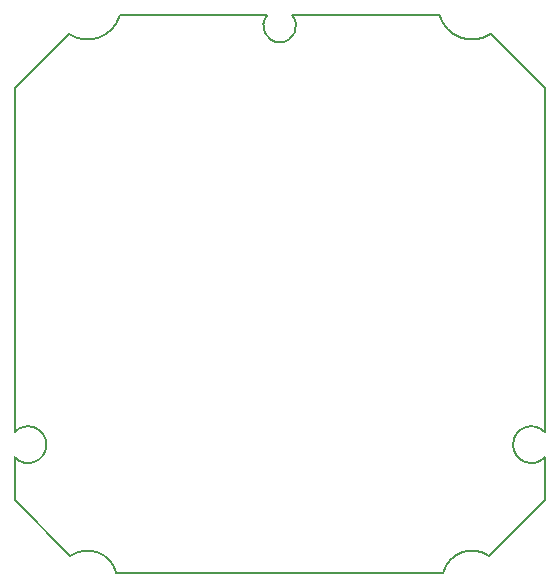
<source format=gbr>
%TF.GenerationSoftware,KiCad,Pcbnew,6.0.0-d3dd2cf0fa~116~ubuntu20.04.1*%
%TF.CreationDate,2022-01-19T11:27:03+02:00*%
%TF.ProjectId,isc0901b0-breakout,69736330-3930-4316-9230-2d627265616b,rev2*%
%TF.SameCoordinates,Original*%
%TF.FileFunction,Profile,NP*%
%FSLAX46Y46*%
G04 Gerber Fmt 4.6, Leading zero omitted, Abs format (unit mm)*
G04 Created by KiCad (PCBNEW 6.0.0-d3dd2cf0fa~116~ubuntu20.04.1) date 2022-01-19 11:27:03*
%MOMM*%
%LPD*%
G01*
G04 APERTURE LIST*
%TA.AperFunction,Profile*%
%ADD10C,0.200000*%
%TD*%
G04 APERTURE END LIST*
D10*
X52717501Y-139600000D02*
G75*
G03*
X48847516Y-138165186I-2435170J-631673D01*
G01*
X44110998Y-133428667D02*
X44110999Y-129812083D01*
X66560999Y-139600000D02*
X80404497Y-139600000D01*
X48701052Y-93977184D02*
G75*
G03*
X53021684Y-92400000I1577184J2386059D01*
G01*
X89010999Y-98571333D02*
X84416850Y-93977184D01*
X84274480Y-138165185D02*
X89010999Y-133428666D01*
X65504095Y-92399256D02*
G75*
G03*
X67617903Y-92399256I1056904J-900744D01*
G01*
X44110999Y-129812083D02*
G75*
G03*
X44110998Y-127687918I1139001J1062083D01*
G01*
X89010999Y-127687917D02*
G75*
G03*
X89010999Y-129812083I-1139002J-1062083D01*
G01*
X66560999Y-139600000D02*
X52717500Y-139600000D01*
X44106904Y-98571333D02*
X48701052Y-93977184D01*
X89010999Y-133428666D02*
X89010999Y-129812083D01*
X84274480Y-138165185D02*
G75*
G03*
X80404497Y-139600000I-1434814J-2066485D01*
G01*
X44110998Y-127687918D02*
X44106904Y-98571333D01*
X80096218Y-92400000D02*
G75*
G03*
X84416850Y-93977184I2743448J808875D01*
G01*
X48847516Y-138165186D02*
X44110998Y-133428667D01*
X80096218Y-92400000D02*
X67617903Y-92399256D01*
X53021684Y-92400000D02*
X65504095Y-92399256D01*
X89010999Y-127687917D02*
X89010999Y-98571333D01*
M02*

</source>
